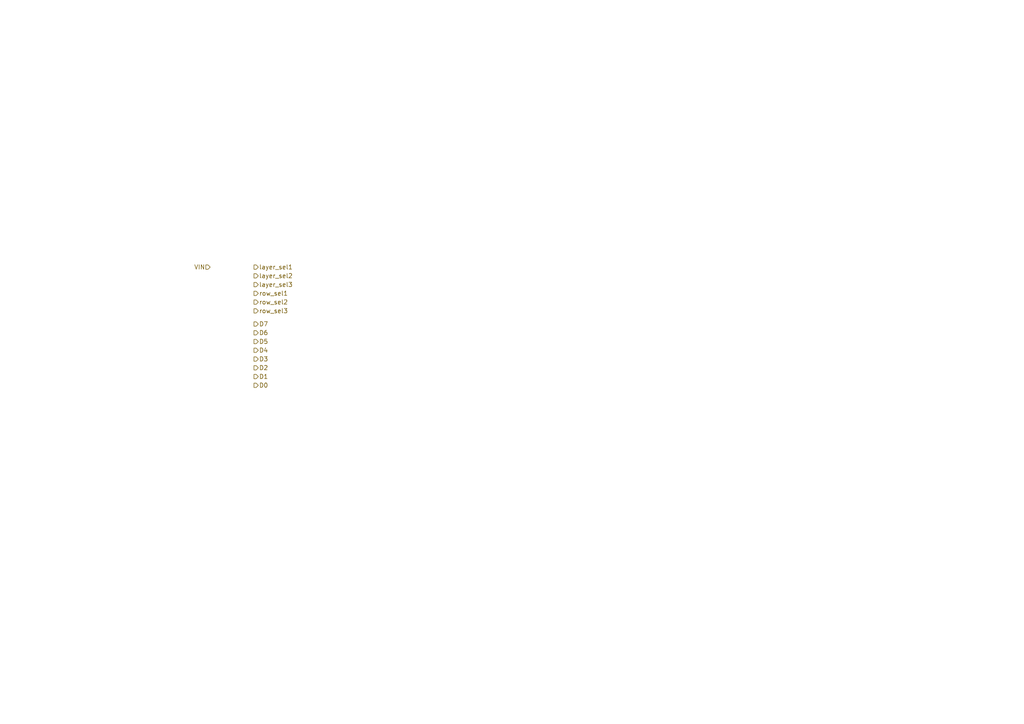
<source format=kicad_sch>
(kicad_sch (version 20230121) (generator eeschema)
  (paper "A4")
  (lib_symbols)
  (hierarchical_label "row_sel1" (shape output) (at 73.66 85.09 0))
  (hierarchical_label "VIN" (shape input) (at 60.96 77.47 180))
  (hierarchical_label "D0" (shape output) (at 73.66 111.76 0))
  (hierarchical_label "layer_sel2" (shape output) (at 73.66 80.01 0))
  (hierarchical_label "layer_sel3" (shape output) (at 73.66 82.55 0))
  (hierarchical_label "D4" (shape output) (at 73.66 101.6 0))
  (hierarchical_label "D3" (shape output) (at 73.66 104.14 0))
  (hierarchical_label "row_sel3" (shape output) (at 73.66 90.17 0))
  (hierarchical_label "D2" (shape output) (at 73.66 106.68 0))
  (hierarchical_label "D7" (shape output) (at 73.66 93.98 0))
  (hierarchical_label "row_sel2" (shape output) (at 73.66 87.63 0))
  (hierarchical_label "layer_sel1" (shape output) (at 73.66 77.47 0))
  (hierarchical_label "D1" (shape output) (at 73.66 109.22 0))
  (hierarchical_label "D5" (shape output) (at 73.66 99.06 0))
  (hierarchical_label "D6" (shape output) (at 73.66 96.52 0))
)
</source>
